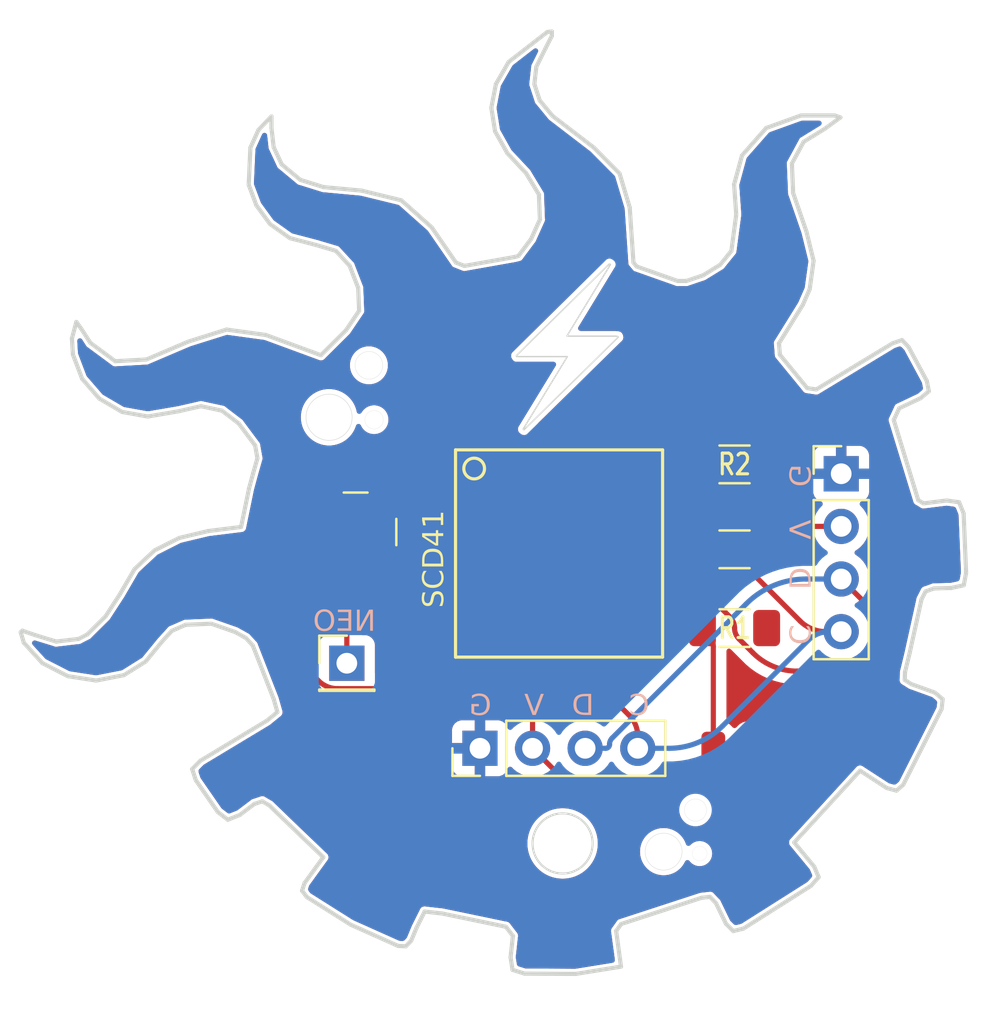
<source format=kicad_pcb>
(kicad_pcb (version 20221018) (generator pcbnew)
  (layers (0 "F.Cu" signal) (31 "B.Cu" signal) (34 "B.Paste" user) (35 "F.Paste" user) (36 "B.SilkS" user "B.Silkscreen") (37 "F.SilkS" user "F.Silkscreen") (38 "B.Mask" user) (39 "F.Mask" user) (44 "Edge.Cuts" user))
  (net 0 "")
  (net 1 "GND")
  (net 2 "VCC")
  (net 3 "Net-(D1-K)")
  (net 4 "NEO_IN")
  (net 6 "SCL")
  (net 7 "SDA")
  (footprint "GRAPHIX:bubbles" (layer "F.Cu") (at 153.416 61.214)
    (fp_text reference "graf5" hide)
    (fp_text value "LOGO" hide)
  )
  (footprint "Connector_PinHeader_2.54mm:PinHeader_1x04_P2.54mm_Vertical" (layer "F.Cu") (at 157.226 73.152)
    (fp_text reference "J3" hide)
    (fp_text value "Conn_01x04" hide)
  )
  (footprint "GRAPHIX:CO2Y" (layer "F.Cu") (at 144.78 67.31)
    (fp_text reference "graf4" hide)
    (fp_text value "LOGO" hide)
  )
  (footprint "UROS_SCD41_footprints:NEO-Pixel_WS2812B" (layer "F.Cu") (at 133.2 76.6 90)
    (fp_text reference "D2")
    (fp_text value "WS2812B" hide)
  )
  (footprint "GRAPHIX:gas-particles-1" (layer "F.Cu") (at 133.35 87.122 -90)
    (fp_text reference "graf2" hide)
    (fp_text value "LOGO" hide)
  )
  (footprint "UROS_SCD41_footprints:LED_0805_HandSolder" (layer "F.Cu") (at 152.075 86.3)
    (fp_text reference "D1")
    (fp_text value "LED")
  )
  (footprint "UROS_SCD41_footprints:R_1206_HandSolder" (layer "F.Cu") (at 152.075 72.7)
    (fp_text reference "R2")
    (fp_text value "10k")
  )
  (footprint "UROS_SCD41_footprints:SCD41_Ada" (layer "F.Cu") (at 143.6 77)
    (fp_text reference "U1" hide)
    (fp_text value "SCD41" hide)
  )
  (footprint "Connector_PinHeader_2.54mm:PinHeader_1x01_P2.54mm_Vertical" (layer "F.Cu") (at 133.35 82.296)
    (fp_text reference "J1" hide)
    (fp_text value "Conn_01x01_Pin" hide)
  )
  (footprint "Connector_PinHeader_2.54mm:PinHeader_1x04_P2.54mm_Vertical" (layer "F.Cu") (at 139.78 86.4 90)
    (fp_text reference "J2" hide)
    (fp_text value "Conn_01x04")
  )
  (footprint "UROS_SCD41_footprints:R_1206_HandSolder" (layer "F.Cu") (at 152.075 80.6)
    (fp_text reference "R1")
    (fp_text value "10k")
  )
  (footprint "GRAPHIX:gas-particles-1" (layer "F.Cu") (at 133.35 69.088)
    (fp_text reference "graf3" hide)
    (fp_text value "LOGO" hide)
  )
  (footprint "GRAPHIX:spl-outline-board" (layer "F.Cu") (at 141.067882 74.944715)
    (fp_text reference "SENSIRION" hide)
    (fp_text value "LOGO" hide)
  )
  (footprint "UROS_SCD41_footprints:R_1206_HandSolder" (layer "F.Cu") (at 152.075 76.7984)
    (fp_text reference "R3" hide)
    (fp_text value "10k")
  )
  (footprint "GRAPHIX:ground-logo-mask" (layer "F.Cu") (at 139.573 89.408)
    (fp_text reference "G***" hide)
    (fp_text value "LOGO" hide)
  )
  (gr_line (start 131.107676 58.971992) (end 130.208526 58.22689) (stroke (width 0.2)) (layer "Edge.Cuts"))
  (gr_line (start 140.328696 55.492442) (end 140.509826 56.630042) (stroke (width 0.2)) (layer "Edge.Cuts"))
  (gr_line (start 142.847389 92.111676) (end 142.79472 92.066053) (stroke (width 0.096929)) (layer "Edge.Cuts"))
  (gr_line (start 118.27788 80.932118) (end 117.682852 80.726578) (stroke (width 0.2)) (layer "Edge.Cuts"))
  (gr_line (start 131.42122 93.580468) (end 133.536748 94.912796) (stroke (width 0.2)) (layer "Edge.Cuts"))
  (gr_line (start 144.202342 92.377879) (end 144.133461 92.39744) (stroke (width 0.096929)) (layer "Edge.Cuts"))
  (gr_line (start 126.645908 75.918352) (end 125.254252 76.250076) (stroke (width 0.2)) (layer "Edge.Cuts"))
  (gr_line (start 128.920538 71.786384) (end 129.032108 72.405874) (stroke (width 0.2)) (layer "Edge.Cuts"))
  (gr_poly (pts (xy 134.450981 67.251981) (xy 134.484918 67.254562) (xy 134.518361 67.258811) (xy 134.551269 67.264688) (xy 134.5836 67.27215) (xy 134.615311 67.281155) (xy 134.646361 67.291661) (xy 134.676707 67.303626) (xy 134.706309 67.317008) (xy 134.735122 67.331766) (xy 134.763107 67.347857) (xy 134.79022 67.365239) (xy 134.81642 67.38387) (xy 134.841664 67.403708) (xy 134.865912 67.424711) (xy 134.88912 67.446838) (xy 134.911246 67.470046) (xy 134.93225 67.494294) (xy 134.952088 67.519538) (xy 134.970719 67.545738) (xy 134.988101 67.572851) (xy 135.004192 67.600836) (xy 135.018949 67.629649) (xy 135.032332 67.65925) (xy 135.044297 67.689597) (xy 135.054803 67.720647) (xy 135.063808 67.752358) (xy 135.07127 67.784689) (xy 135.077147 67.817597) (xy 135.081396 67.85104) (xy 135.083977 67.884977) (xy 135.084846 67.919365) (xy 135.083977 67.953754) (xy 135.081396 67.987691) (xy 135.077147 68.021134) (xy 135.07127 68.054042) (xy 135.063808 68.086373) (xy 135.054803 68.118084) (xy 135.044297 68.149134) (xy 135.032332 68.17948) (xy 135.018949 68.209081) (xy 135.004192 68.237895) (xy 134.988101 68.26588) (xy 134.970719 68.292993) (xy 134.952088 68.319193) (xy 134.93225 68.344437) (xy 134.911246 68.368684) (xy 134.88912 68.391893) (xy 134.865912 68.414019) (xy 134.841664 68.435023) (xy 134.81642 68.454861) (xy 134.79022 68.473492) (xy 134.763107 68.490874) (xy 134.735122 68.506965) (xy 134.706309 68.521722) (xy 134.676707 68.535105) (xy 134.646361 68.54707) (xy 134.615311 68.557576) (xy 134.5836 68.566581) (xy 134.551269 68.574043) (xy 134.518361 68.579919) (xy 134.484918 68.584169) (xy 134.450981 68.58675) (xy 134.416593 68.587619) (xy 134.382204 68.58675) (xy 134.348267 68.584169) (xy 134.314824 68.579919) (xy 134.281916 68.574043) (xy 134.249585 68.566581) (xy 134.217874 68.557576) (xy 134.186824 68.54707) (xy 134.156478 68.535105) (xy 134.126876 68.521722) (xy 134.098063 68.506965) (xy 134.070078 68.490874) (xy 134.042965 68.473492) (xy 134.016765 68.454861) (xy 133.991521 68.435023) (xy 133.967273 68.414019) (xy 133.944065 68.391893) (xy 133.921939 68.368684) (xy 133.900935 68.344437) (xy 133.881097 68.319193) (xy 133.862466 68.292993) (xy 133.845084 68.26588) (xy 133.828993 68.237895) (xy 133.814236 68.209081) (xy 133.800853 68.17948) (xy 133.788888 68.149134) (xy 133.778382 68.118084) (xy 133.769377 68.086373) (xy 133.761915 68.054042) (xy 133.756038 68.021134) (xy 133.751789 67.987691) (xy 133.749208 67.953754) (xy 133.748339 67.919365) (xy 133.749208 67.884977) (xy 133.751789 67.85104) (xy 133.756038 67.817597) (xy 133.761915 67.784689) (xy 133.769377 67.752358) (xy 133.778382 67.720647) (xy 133.788888 67.689597) (xy 133.800853 67.65925) (xy 133.814236 67.629649) (xy 133.828993 67.600836) (xy 133.845084 67.572851) (xy 133.862466 67.545738) (xy 133.881097 67.519538) (xy 133.900935 67.494294) (xy 133.921939 67.470046) (xy 133.944065 67.446838) (xy 133.967273 67.424711) (xy 133.991521 67.403708) (xy 134.016765 67.38387) (xy 134.042965 67.365239) (xy 134.070078 67.347857) (xy 134.098063 67.331766) (xy 134.126876 67.317008) (xy 134.156478 67.303626) (xy 134.186824 67.291661) (xy 134.217874 67.281155) (xy 134.249585 67.27215) (xy 134.281916 67.264688) (xy 134.314824 67.258811) (xy 134.348267 67.254562) (xy 134.382204 67.251981) (xy 134.416593 67.251111)) (stroke (width 0.013602)) (fill none) (layer "Edge.Cuts"))
  (gr_line (start 145.156979 90.559958) (end 145.17654 90.628839) (stroke (width 0.096929)) (layer "Edge.Cuts"))
  (gr_line (start 130.597734 61.782066) (end 131.880668 62.117546) (stroke (width 0.2)) (layer "Edge.Cuts"))
  (gr_line (start 145.134159 91.490686) (end 145.108169 91.556603) (stroke (width 0.096929)) (layer "Edge.Cuts"))
  (gr_line (start 128.807626 81.43868) (end 129.816858 84.022638) (stroke (width 0.2)) (layer "Edge.Cuts"))
  (gr_line (start 142.959133 92.195237) (end 142.902223 92.154768) (stroke (width 0.096929)) (layer "Edge.Cuts"))
  (gr_line (start 151.9223 62.399258) (end 151.38037 63.069006) (stroke (width 0.2)) (layer "Edge.Cuts"))
  (gr_line (start 156.137374 92.618768) (end 155.92277 92.112232) (stroke (width 0.2)) (layer "Edge.Cuts"))
  (gr_line (start 155.282552 55.863172) (end 153.604748 56.467848) (stroke (width 0.2)) (layer "Edge.Cuts"))
  (gr_line (start 143.478166 92.413648) (end 143.407939 92.39744) (stroke (width 0.096929)) (layer "Edge.Cuts"))
  (gr_line (start 161.301538 78.831752) (end 161.707316 78.685862) (stroke (width 0.2)) (layer "Edge.Cuts"))
  (gr_line (start 135.827414 95.936816) (end 136.203044 95.954286) (stroke (width 0.2)) (layer "Edge.Cuts"))
  (gr_line (start 128.182408 89.616388) (end 128.882918 89.0878) (stroke (width 0.2)) (layer "Edge.Cuts"))
  (gr_line (start 137.958944 94.373274) (end 141.031986 95.011886) (stroke (width 0.2)) (layer "Edge.Cuts"))
  (gr_line (start 144.933868 91.860077) (end 144.890776 91.914911) (stroke (width 0.096929)) (layer "Edge.Cuts"))
  (gr_line (start 136.460088 95.67995) (end 136.71621 95.063302) (stroke (width 0.2)) (layer "Edge.Cuts"))
  (gr_line (start 136.203044 95.954286) (end 136.460088 95.67995) (stroke (width 0.2)) (layer "Edge.Cuts"))
  (gr_line (start 143.991754 92.426413) (end 143.919111 92.435644) (stroke (width 0.096929)) (layer "Edge.Cuts"))
  (gr_line (start 145.047045 91.683488) (end 145.012093 91.744274) (stroke (width 0.096929)) (layer "Edge.Cuts"))
  (gr_line (start 143.339058 89.605321) (end 143.407939 89.58576) (stroke (width 0.096929)) (layer "Edge.Cuts"))
  (gr_line (start 144.335703 89.654131) (end 144.4 89.6832) (stroke (width 0.096929)) (layer "Edge.Cuts"))
  (gr_line (start 145.214744 91.140011) (end 145.205513 91.212654) (stroke (width 0.096929)) (layer "Edge.Cuts"))
  (gr_line (start 142.321051 90.916904) (end 142.326656 90.843189) (stroke (width 0.096929)) (layer "Edge.Cuts"))
  (gr_line (start 141.09979 57.683694) (end 142.003638 58.645338) (stroke (width 0.2)) (layer "Edge.Cuts"))
  (gr_line (start 143.339058 92.377879) (end 143.271614 92.355059) (stroke (width 0.096929)) (layer "Edge.Cuts"))
  (gr_line (start 142.433231 90.426597) (end 142.4623 90.3623) (stroke (width 0.096929)) (layer "Edge.Cuts"))
  (gr_line (start 120.96681 66.837734) (end 120.522378 66.155052) (stroke (width 0.2)) (layer "Edge.Cuts"))
  (gr_line (start 143.078812 92.267945) (end 143.018026 92.232993) (stroke (width 0.096929)) (layer "Edge.Cuts"))
  (gr_line (start 141.031986 95.011886) (end 141.370962 95.45231) (stroke (width 0.2)) (layer "Edge.Cuts"))
  (gr_line (start 126.28436 86.995682) (end 125.880472 87.40312) (stroke (width 0.2)) (layer "Edge.Cuts"))
  (gr_line (start 132.81835 62.396506) (end 133.484926 63.115904) (stroke (width 0.2)) (layer "Edge.Cuts"))
  (gr_line (start 120.288912 65.824654) (end 120.0733 66.62483) (stroke (width 0.2)) (layer "Edge.Cuts"))
  (gr_line (start 142.626906 59.679472) (end 142.673982 60.884302) (stroke (width 0.2)) (layer "Edge.Cuts"))
  (gr_line (start 158.137158 87.48019) (end 159.425102 88.317074) (stroke (width 0.2)) (layer "Edge.Cuts"))
  (gr_line (start 144.74668 92.066053) (end 144.694011 92.111676) (stroke (width 0.096929)) (layer "Edge.Cuts"))
  (gr_line (start 143.407939 89.58576) (end 143.478166 89.569552) (stroke (width 0.096929)) (layer "Edge.Cuts"))
  (gr_line (start 159.425102 88.317074) (end 159.897736 88.442754) (stroke (width 0.2)) (layer "Edge.Cuts"))
  (gr_line (start 145.192748 91.284134) (end 145.17654 91.354361) (stroke (width 0.096929)) (layer "Edge.Cuts"))
  (gr_poly (pts (xy 150.216193 88.846892) (xy 150.243343 88.848957) (xy 150.270098 88.852356) (xy 150.296424 88.857058) (xy 150.322289 88.863027) (xy 150.347658 88.870231) (xy 150.372498 88.878636) (xy 150.396775 88.888208) (xy 150.420456 88.898914) (xy 150.443507 88.91072) (xy 150.465894 88.923593) (xy 150.487585 88.937498) (xy 150.508545 88.952403) (xy 150.52874 88.968274) (xy 150.548138 88.985077) (xy 150.566705 89.002778) (xy 150.584406 89.021344) (xy 150.601209 89.040742) (xy 150.617079 89.060938) (xy 150.631984 89.081898) (xy 150.64589 89.103588) (xy 150.658762 89.125976) (xy 150.670568 89.149027) (xy 150.681274 89.172708) (xy 150.690846 89.196985) (xy 150.699251 89.221825) (xy 150.706455 89.247194) (xy 150.712425 89.273058) (xy 150.717126 89.299385) (xy 150.720526 89.32614) (xy 150.72259 89.353289) (xy 150.723286 89.3808) (xy 150.72259 89.40831) (xy 150.720526 89.43546) (xy 150.717126 89.462215) (xy 150.712425 89.488541) (xy 150.706455 89.514406) (xy 150.699251 89.539775) (xy 150.690846 89.564614) (xy 150.681274 89.588892) (xy 150.670568 89.612573) (xy 150.658762 89.635624) (xy 150.64589 89.658011) (xy 150.631984 89.679702) (xy 150.617079 89.700662) (xy 150.601209 89.720857) (xy 150.584406 89.740255) (xy 150.566705 89.758821) (xy 150.548138 89.776523) (xy 150.52874 89.793326) (xy 150.508545 89.809196) (xy 150.487585 89.824101) (xy 150.465894 89.838007) (xy 150.443507 89.850879) (xy 150.420456 89.862685) (xy 150.396775 89.873391) (xy 150.372498 89.882963) (xy 150.347658 89.891368) (xy 150.322289 89.898572) (xy 150.296424 89.904542) (xy 150.270098 89.909243) (xy 150.243343 89.912643) (xy 150.216193 89.914707) (xy 150.188683 89.915403) (xy 150.161172 89.914707) (xy 150.134023 89.912643) (xy 150.107268 89.909243) (xy 150.080941 89.904542) (xy 150.055077 89.898572) (xy 150.029708 89.891368) (xy 150.004868 89.882963) (xy 149.980591 89.873391) (xy 149.95691 89.862685) (xy 149.933859 89.850879) (xy 149.911471 89.838007) (xy 149.889781 89.824101) (xy 149.868821 89.809196) (xy 149.848625 89.793326) (xy 149.829228 89.776523) (xy 149.810661 89.758821) (xy 149.79296 89.740255) (xy 149.776157 89.720857) (xy 149.760286 89.700662) (xy 149.745381 89.679702) (xy 149.731476 89.658011) (xy 149.718603 89.635624) (xy 149.706797 89.612573) (xy 149.696091 89.588892) (xy 149.686519 89.564614) (xy 149.678114 89.539775) (xy 149.67091 89.514406) (xy 149.664941 89.488541) (xy 149.66024 89.462215) (xy 149.65684 89.43546) (xy 149.654775 89.40831) (xy 149.65408 89.3808) (xy 149.654775 89.353289) (xy 149.65684 89.32614) (xy 149.66024 89.299385) (xy 149.664941 89.273058) (xy 149.67091 89.247194) (xy 149.678114 89.221825) (xy 149.686519 89.196985) (xy 149.696091 89.172708) (xy 149.706797 89.149027) (xy 149.718603 89.125976) (xy 149.731476 89.103588) (xy 149.745381 89.081898) (xy 149.760286 89.060938) (xy 149.776157 89.040742) (xy 149.79296 89.021344) (xy 149.810661 89.002778) (xy 149.829228 88.985077) (xy 149.848625 88.968274) (xy 149.868821 88.952403) (xy 149.889781 88.937498) (xy 149.911471 88.923593) (xy 149.933859 88.91072) (xy 149.95691 88.898914) (xy 149.980591 88.888208) (xy 150.004868 88.878636) (xy 150.029708 88.870231) (xy 150.055077 88.863027) (xy 150.080941 88.857058) (xy 150.107268 88.852356) (xy 150.134023 88.848957) (xy 150.161172 88.846892) (xy 150.188683 88.846197)) (stroke (width 0.010881)) (fill none) (layer "Edge.Cuts"))
  (gr_line (start 151.177578 93.874046) (end 151.659614 94.865048) (stroke (width 0.2)) (layer "Edge.Cuts"))
  (gr_line (start 145.0791 91.6209) (end 145.047045 91.683488) (stroke (width 0.096929)) (layer "Edge.Cuts"))
  (gr_line (start 143.205697 89.654131) (end 143.271614 89.628141) (stroke (width 0.096929)) (layer "Edge.Cuts"))
  (gr_line (start 144.462588 92.267945) (end 144.4 92.3) (stroke (width 0.096929)) (layer "Edge.Cuts"))
  (gr_line (start 142.326656 90.843189) (end 142.335887 90.770546) (stroke (width 0.096929)) (layer "Edge.Cuts"))
  (gr_line (start 123.100826 77.74761) (end 122.382838 78.97948) (stroke (width 0.2)) (layer "Edge.Cuts"))
  (gr_line (start 130.208526 58.22689) (end 129.815928 57.388198) (stroke (width 0.2)) (layer "Edge.Cuts"))
  (gr_line (start 142.744309 92.017991) (end 142.696247 91.96758) (stroke (width 0.096929)) (layer "Edge.Cuts"))
  (gr_line (start 137.108758 94.277828) (end 137.958944 94.373274) (stroke (width 0.2)) (layer "Edge.Cuts"))
  (gr_line (start 142.79472 92.066053) (end 142.744309 92.017991) (stroke (width 0.096929)) (layer "Edge.Cuts"))
  (gr_line (start 144.974337 91.803167) (end 144.933868 91.860077) (stroke (width 0.096929)) (layer "Edge.Cuts"))
  (gr_line (start 142.003638 58.645338) (end 142.626906 59.679472) (stroke (width 0.2)) (layer "Edge.Cuts"))
  (gr_line (start 143.478166 89.569552) (end 143.549646 89.556787) (stroke (width 0.096929)) (layer "Edge.Cuts"))
  (gr_line (start 133.484926 63.115904) (end 133.899202 64.187686) (stroke (width 0.2)) (layer "Edge.Cuts"))
  (gr_line (start 123.738528 70.39072) (end 125.244978 70.133752) (stroke (width 0.2)) (layer "Edge.Cuts"))
  (gr_line (start 127.320018 70.109002) (end 128.129714 70.72839) (stroke (width 0.2)) (layer "Edge.Cuts"))
  (gr_line (start 160.15948 66.700074) (end 159.703808 66.859714) (stroke (width 0.2)) (layer "Edge.Cuts"))
  (gr_line (start 160.615188 83.303216) (end 160.296956 83.102278) (stroke (width 0.2)) (layer "Edge.Cuts"))
  (gr_line (start 142.335887 91.212654) (end 142.326656 91.140011) (stroke (width 0.096929)) (layer "Edge.Cuts"))
  (gr_line (start 143.549646 92.426413) (end 143.478166 92.413648) (stroke (width 0.096929)) (layer "Edge.Cuts"))
  (gr_line (start 129.26798 88.959352) (end 129.613522 89.161224) (stroke (width 0.2)) (layer "Edge.Cuts"))
  (gr_line (start 143.696004 89.541951) (end 143.7707 89.540062) (stroke (width 0.096929)) (layer "Edge.Cuts"))
  (gr_line (start 129.4403 66.455996) (end 127.541264 66.19542) (stroke (width 0.2)) (layer "Edge.Cuts"))
  (gr_line (start 142.902223 89.828432) (end 142.959133 89.787963) (stroke (width 0.096929)) (layer "Edge.Cuts"))
  (gr_line (start 152.05317 59.193128) (end 152.156706 60.642054) (stroke (width 0.2)) (layer "Edge.Cuts"))
  (gr_line (start 161.459694 69.170262) (end 161.360858 68.672948) (stroke (width 0.2)) (layer "Edge.Cuts"))
  (gr_line (start 160.479608 67.035906) (end 160.15948 66.700074) (stroke (width 0.2)) (layer "Edge.Cuts"))
  (gr_line (start 153.604748 56.467848) (end 152.435414 57.793828) (stroke (width 0.2)) (layer "Edge.Cuts"))
  (gr_line (start 122.49155 70.167512) (end 123.738528 70.39072) (stroke (width 0.2)) (layer "Edge.Cuts"))
  (gr_line (start 162.3174 74.442854) (end 161.20265 74.582338) (stroke (width 0.2)) (layer "Edge.Cuts"))
  (gr_line (start 149.746528 63.850028) (end 149.324726 63.850028) (stroke (width 0.2)) (layer "Edge.Cuts"))
  (gr_line (start 130.60777 90.122868) (end 132.21202 91.657146) (stroke (width 0.2)) (layer "Edge.Cuts"))
  (gr_line (start 160.946542 74.428122) (end 159.764076 70.559564) (stroke (width 0.2)) (layer "Edge.Cuts"))
  (gr_poly (pts (xy 146.046788 63.029301) (xy 146.05262 63.03355) (xy 146.058452 63.037877) (xy 146.064284 63.042308) (xy 146.070116 63.046869) (xy 146.075948 63.051585) (xy 146.081779 63.056484) (xy 146.081779 63.056499) (xy 143.980003 66.504661) (xy 144.002338 66.505521) (xy 144.022876 66.506544) (xy 144.059708 66.508735) (xy 144.092791 66.510553) (xy 144.108642 66.511107) (xy 144.124416 66.51131) (xy 146.301735 66.51131) (xy 146.310482 66.511436) (xy 146.31923 66.511796) (xy 146.336726 66.513114) (xy 146.354222 66.515057) (xy 146.371719 66.517417) (xy 146.406712 66.522553) (xy 146.424208 66.524914) (xy 146.441703 66.526859) (xy 146.455032 66.56686) (xy 141.904884 71.030361) (xy 141.864895 70.99926) (xy 144 67.5) (xy 141.556072 67.5) (xy 141.533855 67.459999) (xy 146.035125 63.020935)) (stroke (width 0.066652)) (fill none) (layer "Edge.Cuts"))
  (gr_line (start 144.133461 89.58576) (end 144.202342 89.605321) (stroke (width 0.096929)) (layer "Edge.Cuts"))
  (gr_line (start 144.694011 89.871524) (end 144.74668 89.917147) (stroke (width 0.096929)) (layer "Edge.Cuts"))
  (gr_line (start 154.84564 58.182856) (end 155.415264 57.133116) (stroke (width 0.2)) (layer "Edge.Cuts"))
  (gr_line (start 142.407241 90.492514) (end 142.433231 90.426597) (stroke (width 0.096929)) (layer "Edge.Cuts"))
  (gr_line (start 126.30697 69.891498) (end 127.320018 70.109002) (stroke (width 0.2)) (layer "Edge.Cuts"))
  (gr_line (start 159.703808 66.859714) (end 156.020676 69.084044) (stroke (width 0.2)) (layer "Edge.Cuts"))
  (gr_line (start 128.882918 89.0878) (end 129.26798 88.959352) (stroke (width 0.2)) (layer "Edge.Cuts"))
  (gr_line (start 143.271614 89.628141) (end 143.339058 89.605321) (stroke (width 0.096929)) (layer "Edge.Cuts"))
  (gr_line (start 145.205513 91.212654) (end 145.192748 91.284134) (stroke (width 0.096929)) (layer "Edge.Cuts"))
  (gr_line (start 128.129714 70.72839) (end 128.920538 71.786384) (stroke (width 0.2)) (layer "Edge.Cuts"))
  (gr_line (start 142.319162 90.9916) (end 142.321051 90.916904) (stroke (width 0.096929)) (layer "Edge.Cuts"))
  (gr_line (start 163.14589 78.53354) (end 163.258904 77.929748) (stroke (width 0.2)) (layer "Edge.Cuts"))
  (gr_line (start 141.167596 53.27918) (end 140.550066 54.349338) (stroke (width 0.2)) (layer "Edge.Cuts"))
  (gr_line (start 142.650624 90.068289) (end 142.696247 90.01562) (stroke (width 0.096929)) (layer "Edge.Cuts"))
  (gr_line (start 160.52474 81.835068) (end 161.104768 79.21437) (stroke (width 0.2)) (layer "Edge.Cuts"))
  (gr_line (start 144.74668 89.917147) (end 144.797091 89.965209) (stroke (width 0.096929)) (layer "Edge.Cuts"))
  (gr_line (start 142.529307 90.238926) (end 142.567063 90.180033) (stroke (width 0.096929)) (layer "Edge.Cuts"))
  (gr_line (start 141.63453 62.646132) (end 141.468842 62.690134) (stroke (width 0.2)) (layer "Edge.Cuts"))
  (gr_line (start 143.7707 89.540062) (end 143.845396 89.541951) (stroke (width 0.096929)) (layer "Edge.Cuts"))
  (gr_line (start 143.549646 89.556787) (end 143.622289 89.547556) (stroke (width 0.096929)) (layer "Edge.Cuts"))
  (gr_line (start 145.108169 90.426597) (end 145.134159 90.492514) (stroke (width 0.096929)) (layer "Edge.Cuts"))
  (gr_line (start 144.845153 90.01562) (end 144.890776 90.068289) (stroke (width 0.096929)) (layer "Edge.Cuts"))
  (gr_line (start 121.248068 83.131658) (end 122.586168 82.870138) (stroke (width 0.2)) (layer "Edge.Cuts"))
  (gr_line (start 145.047045 90.299712) (end 145.0791 90.3623) (stroke (width 0.096929)) (layer "Edge.Cuts"))
  (gr_line (start 155.5461 61.464212) (end 154.90591 59.60698) (stroke (width 0.2)) (layer "Edge.Cuts"))
  (gr_line (start 128.692704 57.4185) (end 128.611732 59.2106) (stroke (width 0.2)) (layer "Edge.Cuts"))
  (gr_line (start 129.71141 56.472428) (end 129.71141 55.90722) (stroke (width 0.2)) (layer "Edge.Cuts"))
  (gr_line (start 142.744309 89.965209) (end 142.79472 89.917147) (stroke (width 0.096929)) (layer "Edge.Cuts"))
  (gr_line (start 145.012093 90.238926) (end 145.047045 90.299712) (stroke (width 0.096929)) (layer "Edge.Cuts"))
  (gr_line (start 142.673982 60.884302) (end 142.250292 61.82302) (stroke (width 0.2)) (layer "Edge.Cuts"))
  (gr_line (start 142.40752 54.348198) (end 142.501306 53.51811) (stroke (width 0.2)) (layer "Edge.Cuts"))
  (gr_line (start 142.959133 89.787963) (end 143.018026 89.750207) (stroke (width 0.096929)) (layer "Edge.Cuts"))
  (gr_line (start 162.919948 74.526348) (end 162.3174 74.442854) (stroke (width 0.2)) (layer "Edge.Cuts"))
  (gr_line (start 127.541264 66.19542) (end 125.704426 66.771678) (stroke (width 0.2)) (layer "Edge.Cuts"))
  (gr_line (start 126.058424 87.942666) (end 127.120416 89.476906) (stroke (width 0.2)) (layer "Edge.Cuts"))
  (gr_line (start 145.205513 90.770546) (end 145.214744 90.843189) (stroke (width 0.096929)) (layer "Edge.Cuts"))
  (gr_line (start 155.583762 69.017962) (end 154.26572 67.410278) (stroke (width 0.2)) (layer "Edge.Cuts"))
  (gr_line (start 144.269786 89.628141) (end 144.335703 89.654131) (stroke (width 0.096929)) (layer "Edge.Cuts"))
  (gr_line (start 117.6 80.8) (end 117.75064 81.306512) (stroke (width 0.2)) (layer "Edge.Cuts"))
  (gr_line (start 121.703046 80.024634) (end 120.808586 80.910138) (stroke (width 0.2)) (layer "Edge.Cuts"))
  (gr_line (start 143.696004 92.441249) (end 143.622289 92.435644) (stroke (width 0.096929)) (layer "Edge.Cuts"))
  (gr_line (start 135.983708 59.958418) (end 134.057376 59.489532) (stroke (width 0.2)) (layer "Edge.Cuts"))
  (gr_line (start 125.244978 70.133752) (end 126.30697 69.891498) (stroke (width 0.2)) (layer "Edge.Cuts"))
  (gr_line (start 120.0733 66.62483) (end 120.123242 67.402962) (stroke (width 0.2)) (layer "Edge.Cuts"))
  (gr_line (start 160.296956 83.102278) (end 160.306352 82.730656) (stroke (width 0.2)) (layer "Edge.Cuts"))
  (gr_line (start 145.287588 57.41944) (end 143.284096 55.885152) (stroke (width 0.2)) (layer "Edge.Cuts"))
  (gr_line (start 142.407241 91.490686) (end 142.384421 91.423242) (stroke (width 0.096929)) (layer "Edge.Cuts"))
  (gr_line (start 159.897736 88.442754) (end 160.22352 88.155512) (stroke (width 0.2)) (layer "Edge.Cuts"))
  (gr_line (start 151.38037 63.069006) (end 150.55247 63.578412) (stroke (width 0.2)) (layer "Edge.Cuts"))
  (gr_line (start 144.797091 92.017991) (end 144.74668 92.066053) (stroke (width 0.096929)) (layer "Edge.Cuts"))
  (gr_line (start 144.523374 92.232993) (end 144.462588 92.267945) (stroke (width 0.096929)) (layer "Edge.Cuts"))
  (gr_line (start 145.17654 90.628839) (end 145.192748 90.699066) (stroke (width 0.096929)) (layer "Edge.Cuts"))
  (gr_line (start 142.348652 90.699066) (end 142.36486 90.628839) (stroke (width 0.096929)) (layer "Edge.Cuts"))
  (gr_line (start 142.384421 91.423242) (end 142.36486 91.354361) (stroke (width 0.096929)) (layer "Edge.Cuts"))
  (gr_line (start 128.476166 81.078962) (end 128.807626 81.43868) (stroke (width 0.2)) (layer "Edge.Cuts"))
  (gr_line (start 143.284096 55.885152) (end 142.665392 55.13561) (stroke (width 0.2)) (layer "Edge.Cuts"))
  (gr_line (start 144.890776 91.914911) (end 144.845153 91.96758) (stroke (width 0.096929)) (layer "Edge.Cuts"))
  (gr_line (start 118.64813 82.292032) (end 119.874664 82.919686) (stroke (width 0.2)) (layer "Edge.Cuts"))
  (gr_line (start 162.126268 84.027224) (end 161.752502 83.714314) (stroke (width 0.2)) (layer "Edge.Cuts"))
  (gr_line (start 151.659614 94.865048) (end 152.016462 95.219294) (stroke (width 0.2)) (layer "Edge.Cuts"))
  (gr_line (start 131.186754 93.27305) (end 131.42122 93.580468) (stroke (width 0.2)) (layer "Edge.Cuts"))
  (gr_line (start 129.815928 57.388198) (end 129.71141 56.472428) (stroke (width 0.2)) (layer "Edge.Cuts"))
  (gr_line (start 128.830172 73.114142) (end 128.62684 73.862948) (stroke (width 0.2)) (layer "Edge.Cuts"))
  (gr_line (start 142.250292 61.82302) (end 141.63453 62.646132) (stroke (width 0.2)) (layer "Edge.Cuts"))
  (gr_line (start 144.269786 92.355059) (end 144.202342 92.377879) (stroke (width 0.096929)) (layer "Edge.Cuts"))
  (gr_line (start 144.523374 89.750207) (end 144.582267 89.787963) (stroke (width 0.096929)) (layer "Edge.Cuts"))
  (gr_line (start 144.133461 92.39744) (end 144.063234 92.413648) (stroke (width 0.096929)) (layer "Edge.Cuts"))
  (gr_line (start 155.92277 92.112232) (end 154.958652 90.945032) (stroke (width 0.2)) (layer "Edge.Cuts"))
  (gr_line (start 142.494355 91.683488) (end 142.4623 91.6209) (stroke (width 0.096929)) (layer "Edge.Cuts"))
  (gr_poly (pts (xy 134.689486 70.099348) (xy 134.71211 70.101069) (xy 134.734406 70.103902) (xy 134.756344 70.10782) (xy 134.777898 70.112794) (xy 134.799039 70.118798) (xy 134.819739 70.125802) (xy 134.83997 70.133779) (xy 134.859704 70.142701) (xy 134.878913 70.152539) (xy 134.897569 70.163266) (xy 134.915645 70.174854) (xy 134.933112 70.187275) (xy 134.949941 70.200501) (xy 134.966106 70.214503) (xy 134.981578 70.229255) (xy 134.99633 70.244727) (xy 135.010332 70.260892) (xy 135.023558 70.277721) (xy 135.035979 70.295188) (xy 135.047567 70.313264) (xy 135.058294 70.33192) (xy 135.068132 70.351129) (xy 135.077054 70.370863) (xy 135.085031 70.391094) (xy 135.092035 70.411794) (xy 135.098039 70.432935) (xy 135.103013 70.454489) (xy 135.106931 70.476427) (xy 135.109764 70.498723) (xy 135.111485 70.521347) (xy 135.112064 70.544273) (xy 135.111485 70.567198) (xy 135.109764 70.589823) (xy 135.106931 70.612118) (xy 135.103013 70.634057) (xy 135.098039 70.655611) (xy 135.092035 70.676751) (xy 135.085031 70.697451) (xy 135.077054 70.717682) (xy 135.068132 70.737416) (xy 135.058294 70.756626) (xy 135.047567 70.775282) (xy 135.035979 70.793358) (xy 135.023558 70.810824) (xy 135.010332 70.827654) (xy 134.99633 70.843819) (xy 134.981578 70.859291) (xy 134.966106 70.874042) (xy 134.949941 70.888045) (xy 134.933112 70.901271) (xy 134.915645 70.913691) (xy 134.897569 70.925279) (xy 134.878913 70.936007) (xy 134.859704 70.945845) (xy 134.83997 70.954767) (xy 134.819739 70.962744) (xy 134.799039 70.969748) (xy 134.777898 70.975751) (xy 134.756344 70.980726) (xy 134.734406 70.984644) (xy 134.71211 70.987477) (xy 134.689486 70.989197) (xy 134.66656 70.989777) (xy 134.643635 70.989197) (xy 134.62101 70.987477) (xy 134.598715 70.984644) (xy 134.576776 70.980726) (xy 134.555222 70.975751) (xy 134.534082 70.969748) (xy 134.513382 70.962744) (xy 134.493151 70.954767) (xy 134.473416 70.945845) (xy 134.454207 70.936007) (xy 134.435551 70.925279) (xy 134.417475 70.913691) (xy 134.400009 70.901271) (xy 134.383179 70.888045) (xy 134.367014 70.874042) (xy 134.351542 70.859291) (xy 134.336791 70.843819) (xy 134.322788 70.827654) (xy 134.309562 70.810824) (xy 134.297142 70.793358) (xy 134.285553 70.775282) (xy 134.274826 70.756626) (xy 134.264988 70.737416) (xy 134.256066 70.717682) (xy 134.248089 70.697451) (xy 134.241085 70.676751) (xy 134.235082 70.655611) (xy 134.230107 70.634057) (xy 134.226189 70.612118) (xy 134.223356 70.589823) (xy 134.221636 70.567198) (xy 134.221056 70.544273) (xy 134.221636 70.521347) (xy 134.223356 70.498723) (xy 134.226189 70.476427) (xy 134.230107 70.454489) (xy 134.235082 70.432935) (xy 134.241085 70.411794) (xy 134.248089 70.391094) (xy 134.256066 70.370863) (xy 134.264988 70.351129) (xy 134.274826 70.33192) (xy 134.285553 70.313264) (xy 134.297142 70.295188) (xy 134.309562 70.277721) (xy 134.322788 70.260892) (xy 134.336791 70.244727) (xy 134.351542 70.229255) (xy 134.367014 70.214503) (xy 134.383179 70.200501) (xy 134.400009 70.187275) (xy 134.417475 70.174854) (xy 134.435551 70.163266) (xy 134.454207 70.152539) (xy 134.473416 70.142701) (xy 134.493151 70.133779) (xy 134.513382 70.125802) (xy 134.534082 70.118798) (xy 134.555222 70.112794) (xy 134.576776 70.10782) (xy 134.598715 70.103902) (xy 134.62101 70.101069) (xy 134.643635 70.099348) (xy 134.66656 70.098769)) (stroke (width 0.009068)) (fill none) (layer "Edge.Cuts"))
  (gr_line (start 120.565268 68.567656) (end 121.39425 69.524498) (stroke (width 0.2)) (layer "Edge.Cuts"))
  (gr_line (start 129.032108 72.405874) (end 128.830172 73.114142) (stroke (width 0.2)) (layer "Edge.Cuts"))
  (gr_line (start 139.028462 63.12327) (end 138.621806 62.961768) (stroke (width 0.2)) (layer "Edge.Cuts"))
  (gr_line (start 152.016462 95.219294) (end 152.503218 95.099992) (stroke (width 0.2)) (layer "Edge.Cuts"))
  (gr_line (start 117.75064 81.306512) (end 118.64813 82.292032) (stroke (width 0.2)) (layer "Edge.Cuts"))
  (gr_line (start 146.598172 94.879772) (end 150.469562 93.61716) (stroke (width 0.2)) (layer "Edge.Cuts"))
  (gr_line (start 125.704426 66.771678) (end 123.670754 67.637904) (stroke (width 0.2)) (layer "Edge.Cuts"))
  (gr_line (start 145.0791 90.3623) (end 145.108169 90.426597) (stroke (width 0.096929)) (layer "Edge.Cuts"))
  (gr_line (start 143.018026 92.232993) (end 142.959133 92.195237) (stroke (width 0.096929)) (layer "Edge.Cuts"))
  (gr_line (start 143.845396 92.441249) (end 143.7707 92.443138) (stroke (width 0.096929)) (layer "Edge.Cuts"))
  (gr_line (start 143.622289 89.547556) (end 143.696004 89.541951) (stroke (width 0.096929)) (layer "Edge.Cuts"))
  (gr_line (start 124.065262 76.848818) (end 123.100826 77.74761) (stroke (width 0.2)) (layer "Edge.Cuts"))
  (gr_line (start 142.433231 91.556603) (end 142.407241 91.490686) (stroke (width 0.096929)) (layer "Edge.Cuts"))
  (gr_line (start 129.996696 84.65395) (end 129.492968 85.065026) (stroke (width 0.2)) (layer "Edge.Cuts"))
  (gr_line (start 142.847389 89.871524) (end 142.902223 89.828432) (stroke (width 0.096929)) (layer "Edge.Cuts"))
  (gr_line (start 143.845396 89.541951) (end 143.919111 89.547556) (stroke (width 0.096929)) (layer "Edge.Cuts"))
  (gr_line (start 129.71141 55.90722) (end 129.082018 56.562732) (stroke (width 0.2)) (layer "Edge.Cuts"))
  (gr_line (start 142.696247 90.01562) (end 142.744309 89.965209) (stroke (width 0.096929)) (layer "Edge.Cuts"))
  (gr_line (start 143.271614 92.355059) (end 143.205697 92.329069) (stroke (width 0.096929)) (layer "Edge.Cuts"))
  (gr_line (start 143.253936 51.811018) (end 143.035548 51.833038) (stroke (width 0.2)) (layer "Edge.Cuts"))
  (gr_line (start 144.4 89.6832) (end 144.462588 89.715255) (stroke (width 0.096929)) (layer "Edge.Cuts"))
  (gr_line (start 152.156706 60.642054) (end 151.9223 62.399258) (stroke (width 0.2)) (layer "Edge.Cuts"))
  (gr_line (start 145.220349 91.066296) (end 145.214744 91.140011) (stroke (width 0.096929)) (layer "Edge.Cuts"))
  (gr_line (start 144.335703 92.329069) (end 144.269786 92.355059) (stroke (width 0.096929)) (layer "Edge.Cuts"))
  (gr_line (start 129.638918 61.101782) (end 130.597734 61.782066) (stroke (width 0.2)) (layer "Edge.Cuts"))
  (gr_line (start 129.492968 85.065026) (end 126.28436 86.995682) (stroke (width 0.2)) (layer "Edge.Cuts"))
  (gr_line (start 141.468842 62.690134) (end 139.028462 63.12327) (stroke (width 0.2)) (layer "Edge.Cuts"))
  (gr_line (start 122.382838 78.97948) (end 121.703046 80.024634) (stroke (width 0.2)) (layer "Edge.Cuts"))
  (gr_line (start 142.567063 90.180033) (end 142.607532 90.123123) (stroke (width 0.096929)) (layer "Edge.Cuts"))
  (gr_line (start 145.17654 91.354361) (end 145.156979 91.423242) (stroke (width 0.096929)) (layer "Edge.Cuts"))
  (gr_line (start 120.808586 80.910138) (end 120.394356 81.123048) (stroke (width 0.2)) (layer "Edge.Cuts"))
  (gr_line (start 133.304148 66.235752) (end 132.099054 67.432354) (stroke (width 0.2)) (layer "Edge.Cuts"))
  (gr_line (start 142.607532 91.860077) (end 142.567063 91.803167) (stroke (width 0.096929)) (layer "Edge.Cuts"))
  (gr_line (start 147.193178 62.961768) (end 147.01239 60.304394) (stroke (width 0.2)) (layer "Edge.Cuts"))
  (gr_line (start 124.408874 81.26982) (end 124.895662 80.733928) (stroke (width 0.2)) (layer "Edge.Cuts"))
  (gr_line (start 144.582267 89.787963) (end 144.639177 89.828432) (stroke (width 0.096929)) (layer "Edge.Cuts"))
  (gr_line (start 145.134159 90.492514) (end 145.156979 90.559958) (stroke (width 0.096929)) (layer "Edge.Cuts"))
  (gr_line (start 143.253936 52.023902) (end 143.253936 51.811018) (stroke (width 0.2)) (layer "Edge.Cuts"))
  (gr_line (start 155.893542 62.874564) (end 155.5461 61.464212) (stroke (width 0.2)) (layer "Edge.Cuts"))
  (gr_line (start 144.462588 89.715255) (end 144.523374 89.750207) (stroke (width 0.096929)) (layer "Edge.Cuts"))
  (gr_line (start 125.880472 87.40312) (end 126.058424 87.942666) (stroke (width 0.2)) (layer "Edge.Cuts"))
  (gr_line (start 142.607532 90.123123) (end 142.650624 90.068289) (stroke (width 0.096929)) (layer "Edge.Cuts"))
  (gr_line (start 144.639177 92.154768) (end 144.582267 92.195237) (stroke (width 0.096929)) (layer "Edge.Cuts"))
  (gr_line (start 133.899202 64.187686) (end 133.943456 65.288822) (stroke (width 0.2)) (layer "Edge.Cuts"))
  (gr_line (start 144.974337 90.180033) (end 145.012093 90.238926) (stroke (width 0.096929)) (layer "Edge.Cuts"))
  (gr_line (start 144.694011 92.111676) (end 144.639177 92.154768) (stroke (width 0.096929)) (layer "Edge.Cuts"))
  (gr_line (start 142.902223 92.154768) (end 142.847389 92.111676) (stroke (width 0.096929)) (layer "Edge.Cuts"))
  (gr_poly (pts (xy 148.694613 90.497609) (xy 148.739862 90.50105) (xy 148.784453 90.506716) (xy 148.828331 90.514552) (xy 148.871438 90.524501) (xy 148.91372 90.536508) (xy 148.95512 90.550516) (xy 148.995582 90.56647) (xy 149.03505 90.584313) (xy 149.073468 90.60399) (xy 149.110781 90.625444) (xy 149.146932 90.64862) (xy 149.181865 90.673462) (xy 149.215524 90.699913) (xy 149.247854 90.727918) (xy 149.278798 90.75742) (xy 149.308301 90.788364) (xy 149.336306 90.820694) (xy 149.362757 90.854353) (xy 149.387598 90.889287) (xy 149.410774 90.925438) (xy 149.432229 90.96275) (xy 149.451905 91.001169) (xy 149.469749 91.040637) (xy 149.485702 91.081099) (xy 149.499711 91.122499) (xy 149.511717 91.16478) (xy 149.521666 91.207888) (xy 149.529502 91.251765) (xy 149.535168 91.296356) (xy 149.538609 91.341605) (xy 149.539768 91.387456) (xy 149.538609 91.433307) (xy 149.535168 91.478556) (xy 149.529502 91.523148) (xy 149.521666 91.567025) (xy 149.511717 91.610132) (xy 149.499711 91.652414) (xy 149.485702 91.693814) (xy 149.469749 91.734276) (xy 149.451905 91.773744) (xy 149.432229 91.812163) (xy 149.410774 91.849475) (xy 149.387598 91.885626) (xy 149.362757 91.920559) (xy 149.336306 91.954219) (xy 149.308301 91.986549) (xy 149.278798 92.017493) (xy 149.247854 92.046995) (xy 149.215524 92.075) (xy 149.181865 92.101451) (xy 149.146932 92.126293) (xy 149.110781 92.149469) (xy 149.073468 92.170923) (xy 149.03505 92.1906) (xy 148.995582 92.208443) (xy 148.95512 92.224397) (xy 148.91372 92.238405) (xy 148.871438 92.250412) (xy 148.828331 92.260361) (xy 148.784453 92.268196) (xy 148.739862 92.273863) (xy 148.694613 92.277303) (xy 148.648762 92.278463) (xy 148.602911 92.277303) (xy 148.557662 92.273863) (xy 148.513071 92.268196) (xy 148.469193 92.260361) (xy 148.426086 92.250412) (xy 148.383804 92.238405) (xy 148.342404 92.224397) (xy 148.301942 92.208443) (xy 148.262474 92.1906) (xy 148.224056 92.170923) (xy 148.186743 92.149469) (xy 148.150592 92.126293) (xy 148.115659 92.101451) (xy 148.082 92.075) (xy 148.04967 92.046995) (xy 148.018726 92.017493) (xy 147.989223 91.986549) (xy 147.961218 91.954219) (xy 147.934767 91.920559) (xy 147.909926 91.885626) (xy 147.88675 91.849475) (xy 147.865295 91.812163) (xy 147.845619 91.773744) (xy 147.827775 91.734276) (xy 147.811822 91.693814) (xy 147.797814 91.652414) (xy 147.785807 91.610132) (xy 147.775858 91.567025) (xy 147.768022 91.523148) (xy 147.762356 91.478556) (xy 147.758915 91.433307) (xy 147.757756 91.387456) (xy 147.758915 91.341605) (xy 147.762356 91.296356) (xy 147.768022 91.251765) (xy 147.775858 91.207888) (xy 147.785807 91.16478) (xy 147.797814 91.122499) (xy 147.811822 91.081099) (xy 147.827775 91.040637) (xy 147.845619 91.001169) (xy 147.865295 90.96275) (xy 147.88675 90.925438) (xy 147.909926 90.889287) (xy 147.934767 90.854353) (xy 147.961218 90.820694) (xy 147.989223 90.788364) (xy 148.018726 90.75742) (xy 148.04967 90.727918) (xy 148.082 90.699913) (xy 148.115659 90.673462) (xy 148.150592 90.64862) (xy 148.186743 90.625444) (xy 148.224056 90.60399) (xy 148.262474 90.584313) (xy 148.301942 90.56647) (xy 148.342404 90.550516) (xy 148.383804 90.536508) (xy 148.426086 90.524501) (xy 148.469193 90.514552) (xy 148.513071 90.506716) (xy 148.557662 90.50105) (xy 148.602911 90.497609) (xy 148.648762 90.49645)) (stroke (width 0.018136)) (fill none) (layer "Edge.Cuts"))
  (gr_line (start 143.035548 51.833038) (end 141.167596 53.27918) (stroke (width 0.2)) (layer "Edge.Cuts"))
  (gr_line (start 144.406352 97.287566) (end 146.590608 96.935176) (stroke (width 0.2)) (layer "Edge.Cuts"))
  (gr_line (start 150.469562 93.61716) (end 150.888564 93.569398) (stroke (width 0.2)) (layer "Edge.Cuts"))
  (gr_line (start 121.39425 69.524498) (end 122.49155 70.167512) (stroke (width 0.2)) (layer "Edge.Cuts"))
  (gr_line (start 145.012093 91.744274) (end 144.974337 91.803167) (stroke (width 0.096929)) (layer "Edge.Cuts"))
  (gr_line (start 161.752502 83.714314) (end 160.615188 83.303216) (stroke (width 0.2)) (layer "Edge.Cuts"))
  (gr_line (start 136.71621 95.063302) (end 137.108758 94.277828) (stroke (width 0.2)) (layer "Edge.Cuts"))
  (gr_line (start 129.613522 89.161224) (end 130.60777 90.122868) (stroke (width 0.2)) (layer "Edge.Cuts"))
  (gr_line (start 132.227126 59.320672) (end 131.107676 58.971992) (stroke (width 0.2)) (layer "Edge.Cuts"))
  (gr_line (start 143.919111 89.547556) (end 143.991754 89.556787) (stroke (width 0.096929)) (layer "Edge.Cuts"))
  (gr_line (start 144.582267 92.195237) (end 144.523374 92.232993) (stroke (width 0.096929)) (layer "Edge.Cuts"))
  (gr_line (start 144.063234 92.413648) (end 143.991754 92.426413) (stroke (width 0.096929)) (layer "Edge.Cuts"))
  (gr_line (start 143.1414 92.3) (end 143.078812 92.267945) (stroke (width 0.096929)) (layer "Edge.Cuts"))
  (gr_line (start 142.567063 91.803167) (end 142.529307 91.744274) (stroke (width 0.096929)) (layer "Edge.Cuts"))
  (gr_line (start 163.138346 75.066846) (end 162.919948 74.526348) (stroke (width 0.2)) (layer "Edge.Cuts"))
  (gr_line (start 161.20265 74.582338) (end 160.946542 74.428122) (stroke (width 0.2)) (layer "Edge.Cuts"))
  (gr_line (start 131.880668 62.117546) (end 132.81835 62.396506) (stroke (width 0.2)) (layer "Edge.Cuts"))
  (gr_line (start 154.220532 66.859714) (end 155.37287 65.002482) (stroke (width 0.2)) (layer "Edge.Cuts"))
  (gr_line (start 142.937584 52.640532) (end 143.253936 52.023902) (stroke (width 0.2)) (layer "Edge.Cuts"))
  (gr_line (start 143.1414 89.6832) (end 143.205697 89.654131) (stroke (width 0.096929)) (layer "Edge.Cuts"))
  (gr_line (start 161.0671 69.50244) (end 161.459694 69.170262) (stroke (width 0.2)) (layer "Edge.Cuts"))
  (gr_line (start 143.622289 92.435644) (end 143.549646 92.426413) (stroke (width 0.096929)) (layer "Edge.Cuts"))
  (gr_line (start 144.063234 89.569552) (end 144.133461 89.58576) (stroke (width 0.096929)) (layer "Edge.Cuts"))
  (gr_line (start 143.7707 92.443138) (end 143.696004 92.441249) (stroke (width 0.096929)) (layer "Edge.Cuts"))
  (gr_line (start 119.313528 81.250546) (end 118.27788 80.932118) (stroke (width 0.2)) (layer "Edge.Cuts"))
  (gr_line (start 144.639177 89.828432) (end 144.694011 89.871524) (stroke (width 0.096929)) (layer "Edge.Cuts"))
  (gr_line (start 150.55247 63.578412) (end 149.746528 63.850028) (stroke (width 0.2)) (layer "Edge.Cuts"))
  (gr_line (start 146.590608 96.935176) (end 146.357136 95.217426) (stroke (width 0.2)) (layer "Edge.Cuts"))
  (gr_line (start 142.501306 53.51811) (end 142.937584 52.640532) (stroke (width 0.2)) (layer "Edge.Cuts"))
  (gr_line (start 127.120416 89.476906) (end 127.603394 89.846716) (stroke (width 0.2)) (layer "Edge.Cuts"))
  (gr_line (start 123.633108 82.215888) (end 124.408874 81.26982) (stroke (width 0.2)) (layer "Edge.Cuts"))
  (gr_line (start 162.07634 84.499822) (end 162.126268 84.027224) (stroke (width 0.2)) (layer "Edge.Cuts"))
  (gr_line (start 145.192748 90.699066) (end 145.205513 90.770546) (stroke (width 0.096929)) (layer "Edge.Cuts"))
  (gr_line (start 142.529307 91.744274) (end 142.494355 91.683488) (stroke (width 0.096929)) (layer "Edge.Cuts"))
  (gr_line (start 142.326656 91.140011) (end 142.321051 91.066296) (stroke (width 0.096929)) (layer "Edge.Cuts"))
  (gr_line (start 154.26572 67.410278) (end 154.220532 66.859714) (stroke (width 0.2)) (layer "Edge.Cuts"))
  (gr_line (start 141.257952 96.48738) (end 141.35398 97.092104) (stroke (width 0.2)) (layer "Edge.Cuts"))
  (gr_line (start 124.895662 80.733928) (end 125.568816 80.440328) (stroke (width 0.2)) (layer "Edge.Cuts"))
  (gr_line (start 133.943456 65.288822) (end 133.304148 66.235752) (stroke (width 0.2)) (layer "Edge.Cuts"))
  (gr_line (start 155.704338 64.24638) (end 155.893542 62.874564) (stroke (width 0.2)) (layer "Edge.Cuts"))
  (gr_line (start 163.258904 77.929748) (end 163.138346 75.066846) (stroke (width 0.2)) (layer "Edge.Cuts"))
  (gr_line (start 128.62684 73.862948) (end 128.242726 75.72018) (stroke (width 0.2)) (layer "Edge.Cuts"))
  (gr_line (start 128.242726 75.72018) (end 126.645908 75.918352) (stroke (width 0.2)) (layer "Edge.Cuts"))
  (gr_line (start 162.535788 78.663806) (end 163.14589 78.53354) (stroke (width 0.2)) (layer "Edge.Cuts"))
  (gr_line (start 142.384421 90.559958) (end 142.407241 90.492514) (stroke (width 0.096929)) (layer "Edge.Cuts"))
  (gr_line (start 141.35398 97.092104) (end 141.935862 97.272852) (stroke (width 0.2)) (layer "Edge.Cuts"))
  (gr_line (start 122.166236 67.7223) (end 120.96681 66.837734) (stroke (width 0.2)) (layer "Edge.Cuts"))
  (gr_line (start 144.797091 89.965209) (end 144.845153 90.01562) (stroke (width 0.096929)) (layer "Edge.Cuts"))
  (gr_line (start 133.536748 94.912796) (end 135.827414 95.936816) (stroke (width 0.2)) (layer "Edge.Cuts"))
  (gr_line (start 142.494355 90.299712) (end 142.529307 90.238926) (stroke (width 0.096929)) (layer "Edge.Cuts"))
  (gr_line (start 132.099054 67.432354) (end 129.4403 66.455996) (stroke (width 0.2)) (layer "Edge.Cuts"))
  (gr_line (start 147.351324 63.152618) (end 147.193178 62.961768) (stroke (width 0.2)) (layer "Edge.Cuts"))
  (gr_line (start 129.082018 56.562732) (end 128.692704 57.4185) (stroke (width 0.2)) (layer "Edge.Cuts"))
  (gr_line (start 140.509826 56.630042) (end 141.09979 57.683694) (stroke (width 0.2)) (layer "Edge.Cuts"))
  (gr_line (start 120.394356 81.123048) (end 119.313528 81.250546) (stroke (width 0.2)) (layer "Edge.Cuts"))
  (gr_line (start 141.935862 97.272852) (end 144.406352 97.287566) (stroke (width 0.2)) (layer "Edge.Cuts"))
  (gr_line (start 143.407939 92.39744) (end 143.339058 92.377879) (stroke (width 0.096929)) (layer "Edge.Cuts"))
  (gr_line (start 128.611732 59.2106) (end 128.983742 60.202644) (stroke (width 0.2)) (layer "Edge.Cuts"))
  (gr_line (start 152.503218 95.099992) (end 155.764548 93.037202) (stroke (width 0.2)) (layer "Edge.Cuts"))
  (gr_line (start 141.370962 95.45231) (end 141.257952 96.48738) (stroke (width 0.2)) (layer "Edge.Cuts"))
  (gr_line (start 143.205697 92.329069) (end 143.1414 92.3) (stroke (width 0.096929)) (layer "Edge.Cuts"))
  (gr_line (start 144.202342 89.605321) (end 144.269786 89.628141) (stroke (width 0.096929)) (layer "Edge.Cuts"))
  (gr_line (start 155.415264 57.133116) (end 156.44246 56.501772) (stroke (width 0.2)) (layer "Edge.Cuts"))
  (gr_line (start 140.550066 54.349338) (end 140.328696 55.492442) (stroke (width 0.2)) (layer "Edge.Cuts"))
  (gr_line (start 143.991754 89.556787) (end 144.063234 89.569552) (stroke (width 0.096929)) (layer "Edge.Cuts"))
  (gr_line (start 142.4623 90.3623) (end 142.494355 90.299712) (stroke (width 0.096929)) (layer "Edge.Cuts"))
  (gr_line (start 142.665392 55.13561) (end 142.40752 54.348198) (stroke (width 0.2)) (layer "Edge.Cuts"))
  (gr_line (start 144.4 92.3) (end 144.335703 92.329069) (stroke (width 0.096929)) (layer "Edge.Cuts"))
  (gr_line (start 161.360858 68.672948) (end 160.479608 67.035906) (stroke (width 0.2)) (layer "Edge.Cuts"))
  (gr_line (start 120.522378 66.155052) (end 120.288912 65.824654) (stroke (width 0.2)) (layer "Edge.Cuts"))
  (gr_line (start 146.522832 58.66368) (end 145.287588 57.41944) (stroke (width 0.2)) (layer "Edge.Cuts"))
  (gr_line (start 125.568816 80.440328) (end 126.803124 80.387982) (stroke (width 0.2)) (layer "Edge.Cuts"))
  (gr_line (start 159.764076 70.559564) (end 160.027646 69.994266) (stroke (width 0.2)) (layer "Edge.Cuts"))
  (gr_line (start 142.36486 91.354361) (end 142.348652 91.284134) (stroke (width 0.096929)) (layer "Edge.Cuts"))
  (gr_line (start 143.018026 89.750207) (end 143.078812 89.715255) (stroke (width 0.096929)) (layer "Edge.Cuts"))
  (gr_line (start 138.621806 62.961768) (end 137.446772 61.258672) (stroke (width 0.2)) (layer "Edge.Cuts"))
  (gr_line (start 123.670754 67.637904) (end 122.166236 67.7223) (stroke (width 0.2)) (layer "Edge.Cuts"))
  (gr_line (start 137.446772 61.258672) (end 135.983708 59.958418) (stroke (width 0.2)) (layer "Edge.Cuts"))
  (gr_line (start 144.890776 90.068289) (end 144.933868 90.123123) (stroke (width 0.096929)) (layer "Edge.Cuts"))
  (gr_line (start 154.958652 90.945032) (end 158.137158 87.48019) (stroke (width 0.2)) (layer "Edge.Cuts"))
  (gr_line (start 145.222238 90.9916) (end 145.220349 91.066296) (stroke (width 0.096929)) (layer "Edge.Cuts"))
  (gr_line (start 161.104768 79.21437) (end 161.301538 78.831752) (stroke (width 0.2)) (layer "Edge.Cuts"))
  (gr_line (start 142.4623 91.6209) (end 142.433231 91.556603) (stroke (width 0.096929)) (layer "Edge.Cuts"))
  (gr_line (start 125.254252 76.250076) (end 124.065262 76.848818) (stroke (width 0.2)) (layer "Edge.Cuts"))
  (gr_line (start 142.335887 90.770546) (end 142.348652 90.699066) (stroke (width 0.096929)) (layer "Edge.Cuts"))
  (gr_line (start 145.220349 90.916904) (end 145.222238 90.9916) (stroke (width 0.096929)) (layer "Edge.Cuts"))
  (gr_line (start 119.874664 82.919686) (end 121.248068 83.131658) (stroke (width 0.2)) (layer "Edge.Cuts"))
  (gr_line (start 150.888564 93.569398) (end 151.177578 93.874046) (stroke (width 0.2)) (layer "Edge.Cuts"))
  (gr_line (start 156.020676 69.084044) (end 155.583762 69.017962) (stroke (width 0.2)) (layer "Edge.Cuts"))
  (gr_line (start 127.603394 89.846716) (end 128.182408 89.616388) (stroke (width 0.2)) (layer "Edge.Cuts"))
  (gr_poly (pts (xy 150.406997 91.124786) (xy 150.425097 91.126162) (xy 150.442933 91.128429) (xy 150.460484 91.131563) (xy 150.477727 91.135543) (xy 150.49464 91.140346) (xy 150.5112 91.145949) (xy 150.527384 91.15233) (xy 150.543172 91.159468) (xy 150.558539 91.167339) (xy 150.573464 91.17592) (xy 150.587925 91.185191) (xy 150.601898 91.195128) (xy 150.615362 91.205708) (xy 150.628294 91.21691) (xy 150.640672 91.228711) (xy 150.652473 91.241089) (xy 150.663675 91.254021) (xy 150.674255 91.267485) (xy 150.684192 91.281458) (xy 150.693462 91.295918) (xy 150.702044 91.310843) (xy 150.709915 91.326211) (xy 150.717052 91.341998) (xy 150.723434 91.358183) (xy 150.729037 91.374743) (xy 150.73384 91.391655) (xy 150.737819 91.408898) (xy 150.740954 91.426449) (xy 150.74322 91.444286) (xy 150.744596 91.462385) (xy 150.74506 91.480726) (xy 150.744596 91.499066) (xy 150.74322 91.517166) (xy 150.740954 91.535002) (xy 150.737819 91.552553) (xy 150.73384 91.569796) (xy 150.729037 91.586709) (xy 150.723434 91.603268) (xy 150.717052 91.619453) (xy 150.709915 91.635241) (xy 150.702044 91.650608) (xy 150.693462 91.665533) (xy 150.684192 91.679993) (xy 150.674255 91.693967) (xy 150.663675 91.707431) (xy 150.652473 91.720363) (xy 150.640672 91.73274) (xy 150.628294 91.744541) (xy 150.615362 91.755743) (xy 150.601898 91.766324) (xy 150.587925 91.776261) (xy 150.573464 91.785531) (xy 150.558539 91.794113) (xy 150.543172 91.801984) (xy 150.527384 91.809121) (xy 150.5112 91.815502) (xy 150.49464 91.821106) (xy 150.477727 91.825908) (xy 150.460484 91.829888) (xy 150.442933 91.833022) (xy 150.425097 91.835289) (xy 150.406997 91.836665) (xy 150.388657 91.837129) (xy 150.370317 91.836665) (xy 150.352217 91.835289) (xy 150.334381 91.833022) (xy 150.31683 91.829888) (xy 150.299587 91.825908) (xy 150.282674 91.821106) (xy 150.266114 91.815502) (xy 150.249929 91.809121) (xy 150.234142 91.801984) (xy 150.218775 91.794113) (xy 150.203849 91.785531) (xy 150.189389 91.776261) (xy 150.175416 91.766324) (xy 150.161952 91.755743) (xy 150.14902 91.744541) (xy 150.136642 91.73274) (xy 150.124841 91.720363) (xy 150.113639 91.707431) (xy 150.103059 91.693967) (xy 150.093122 91.679993) (xy 150.083852 91.665533) (xy 150.07527 91.650608) (xy 150.067399 91.635241) (xy 150.060262 91.619453) (xy 150.05388 91.603268) (xy 150.048277 91.586709) (xy 150.043474 91.569796) (xy 150.039494 91.552553) (xy 150.03636 91.535002) (xy 150.034094 91.517166) (xy 150.032717 91.499066) (xy 150.032254 91.480726) (xy 150.032717 91.462385) (xy 150.034094 91.444286) (xy 150.03636 91.426449) (xy 150.039494 91.408898) (xy 150.043474 91.391655) (xy 150.048277 91.374743) (xy 150.05388 91.358183) (xy 150.060262 91.341998) (xy 150.067399 91.326211) (xy 150.07527 91.310843) (xy 150.083852 91.295918) (xy 150.093122 91.281458) (xy 150.103059 91.267485) (xy 150.113639 91.254021) (xy 150.124841 91.241089) (xy 150.136642 91.228711) (xy 150.14902 91.21691) (xy 150.161952 91.205708) (xy 150.175416 91.195128) (xy 150.189389 91.185191) (xy 150.203849 91.17592) (xy 150.218775 91.167339) (xy 150.234142 91.159468) (xy 150.249929 91.15233) (xy 150.266114 91.145949) (xy 150.282674 91.140346) (xy 150.299587 91.135543) (xy 150.31683 91.131563) (xy 150.334381 91.128429) (xy 150.352217 91.126162) (xy 150.370317 91.124786) (xy 150.388657 91.124322)) (stroke (width 0.007254)) (fill none) (layer "Edge.Cuts"))
  (gr_line (start 134.057376 59.489532) (end 132.227126 59.320672) (stroke (width 0.2)) (layer "Edge.Cuts"))
  (gr_line (start 145.156979 91.423242) (end 145.134159 91.490686) (stroke (width 0.096929)) (layer "Edge.Cuts"))
  (gr_line (start 160.027646 69.994266) (end 161.0671 69.50244) (stroke (width 0.2)) (layer "Edge.Cuts"))
  (gr_line (start 143.919111 92.435644) (end 143.845396 92.441249) (stroke (width 0.096929)) (layer "Edge.Cuts"))
  (gr_line (start 142.348652 91.284134) (end 142.335887 91.212654) (stroke (width 0.096929)) (layer "Edge.Cuts"))
  (gr_line (start 142.79472 89.917147) (end 142.847389 89.871524) (stroke (width 0.096929)) (layer "Edge.Cuts"))
  (gr_line (start 146.357136 95.217426) (end 146.598172 94.879772) (stroke (width 0.2)) (layer "Edge.Cuts"))
  (gr_line (start 152.435414 57.793828) (end 152.05317 59.193128) (stroke (width 0.2)) (layer "Edge.Cuts"))
  (gr_line (start 142.696247 91.96758) (end 142.650624 91.914911) (stroke (width 0.096929)) (layer "Edge.Cuts"))
  (gr_line (start 144.933868 90.123123) (end 144.974337 90.180033) (stroke (width 0.096929)) (layer "Edge.Cuts"))
  (gr_line (start 147.01239 60.304394) (end 146.522832 58.66368) (stroke (width 0.2)) (layer "Edge.Cuts"))
  (gr_line (start 143.078812 89.715255) (end 143.1414 89.6832) (stroke (width 0.096929)) (layer "Edge.Cuts"))
  (gr_line (start 144.845153 91.96758) (end 144.797091 92.017991) (stroke (width 0.096929)) (layer "Edge.Cuts"))
  (gr_line (start 155.37287 65.002482) (end 155.704338 64.24638) (stroke (width 0.2)) (layer "Edge.Cuts"))
  (gr_line (start 160.22352 88.155512) (end 162.07634 84.499822) (stroke (width 0.2)) (layer "Edge.Cuts"))
  (gr_line (start 161.707316 78.685862) (end 162.535788 78.663806) (stroke (width 0.2)) (layer "Edge.Cuts"))
  (gr_poly (pts (xy 132.549005 69.315377) (xy 132.605567 69.319678) (xy 132.661306 69.326761) (xy 132.716152 69.336556) (xy 132.770037 69.348992) (xy 132.822889 69.364001) (xy 132.874638 69.381511) (xy 132.925216 69.401453) (xy 132.974551 69.423757) (xy 133.022574 69.448353) (xy 133.069215 69.475171) (xy 133.114404 69.504141) (xy 133.15807 69.535193) (xy 133.200145 69.568257) (xy 133.240557 69.603263) (xy 133.279237 69.640141) (xy 133.316115 69.678821) (xy 133.351121 69.719233) (xy 133.384185 69.761307) (xy 133.415237 69.804974) (xy 133.444207 69.850163) (xy 133.471025 69.896803) (xy 133.495621 69.944827) (xy 133.517925 69.994162) (xy 133.537867 70.044739) (xy 133.555377 70.096489) (xy 133.570385 70.149341) (xy 133.582822 70.203225) (xy 133.592617 70.258072) (xy 133.599699 70.313811) (xy 133.604 70.370372) (xy 133.60545 70.427686) (xy 133.604 70.485) (xy 133.599699 70.541561) (xy 133.592617 70.5973) (xy 133.582822 70.652147) (xy 133.570385 70.706031) (xy 133.555377 70.758883) (xy 133.537867 70.810633) (xy 133.517925 70.861211) (xy 133.495621 70.910546) (xy 133.471025 70.958569) (xy 133.444207 71.00521) (xy 133.415237 71.050398) (xy 133.384185 71.094065) (xy 133.351121 71.136139) (xy 133.316115 71.176551) (xy 133.279237 71.215232) (xy 133.240557 71.25211) (xy 133.200145 71.287116) (xy 133.15807 71.32018) (xy 133.114404 71.351232) (xy 133.069215 71.380201) (xy 133.022574 71.407019) (xy 132.974551 71.431615) (xy 132.925216 71.453919) (xy 132.874638 71.473862) (xy 132.822889 71.491372) (xy 132.770037 71.50638) (xy 132.716152 71.518817) (xy 132.661306 71.528611) (xy 132.605567 71.535694) (xy 132.549005 71.539995) (xy 132.491692 71.541444) (xy 132.434378 71.539995) (xy 132.377816 71.535694) (xy 132.322077 71.528611) (xy 132.267231 71.518817) (xy 132.213346 71.50638) (xy 132.160494 71.491372) (xy 132.108745 71.473862) (xy 132.058167 71.453919) (xy 132.008832 71.431615) (xy 131.960809 71.407019) (xy 131.914168 71.380201) (xy 131.868979 71.351232) (xy 131.825313 71.32018) (xy 131.783238 71.287116) (xy 131.742826 71.25211) (xy 131.704146 71.215232) (xy 131.667268 71.176551) (xy 131.632262 71.136139) (xy 131.599198 71.094065) (xy 131.568146 71.050398) (xy 131.539176 71.00521) (xy 131.512358 70.958569) (xy 131.487762 70.910546) (xy 131.465458 70.861211) (xy 131.445516 70.810633) (xy 131.428006 70.758883) (xy 131.412998 70.706031) (xy 131.400561 70.652147) (xy 131.390766 70.5973) (xy 131.383684 70.541561) (xy 131.379383 70.485) (xy 131.377933 70.427686) (xy 131.379383 70.370372) (xy 131.383684 70.313811) (xy 131.390766 70.258072) (xy 131.400561 70.203225) (xy 131.412998 70.149341) (xy 131.428006 70.096489) (xy 131.445516 70.044739) (xy 131.465458 69.994162) (xy 131.487762 69.944827) (xy 131.512358 69.896803) (xy 131.539176 69.850163) (xy 131.568146 69.804974) (xy 131.599198 69.761307) (xy 131.632262 69.719233) (xy 131.667268 69.678821) (xy 131.704146 69.640141) (xy 131.742826 69.603263) (xy 131.783238 69.568257) (xy 131.825313 69.535193) (xy 131.868979 69.504141) (xy 131.914168 69.475171) (xy 131.960809 69.448353) (xy 132.008832 69.423757) (xy 132.058167 69.401453) (xy 132.108745 69.381511) (xy 132.160494 69.364001) (xy 132.213346 69.348992) (xy 132.267231 69.336556) (xy 132.322077 69.326761) (xy 132.377816 69.319678) (xy 132.434378 69.315377) (xy 132.491692 69.313928)) (stroke (width 0.02267)) (fill none) (layer "Edge.Cuts"))
  (gr_line (start 132.21202 91.657146) (end 131.30822 92.905034) (stroke (width 0.2)) (layer "Edge.Cuts"))
  (gr_line (start 145.214744 90.843189) (end 145.220349 90.916904) (stroke (width 0.096929)) (layer "Edge.Cuts"))
  (gr_line (start 128.983742 60.202644) (end 129.638918 61.101782) (stroke (width 0.2)) (layer "Edge.Cuts"))
  (gr_line (start 160.306352 82.730656) (end 160.52474 81.835068) (stroke (width 0.2)) (layer "Edge.Cuts"))
  (gr_line (start 131.30822 92.905034) (end 131.186754 93.27305) (stroke (width 0.2)) (layer "Edge.Cuts"))
  (gr_line (start 154.90591 59.60698) (end 154.84564 58.182856) (stroke (width 0.2)) (layer "Edge.Cuts"))
  (gr_line (start 155.764548 93.037202) (end 156.137374 92.618768) (stroke (width 0.2)) (layer "Edge.Cuts"))
  (gr_line (start 120.123242 67.402962) (end 120.565268 68.567656) (stroke (width 0.2)) (layer "Edge.Cuts"))
  (gr_line (start 157.18814 55.958578) (end 156.909456 55.863172) (stroke (width 0.2)) (layer "Edge.Cuts"))
  (gr_line (start 142.36486 90.628839) (end 142.384421 90.559958) (stroke (width 0.096929)) (layer "Edge.Cuts"))
  (gr_line (start 156.44246 56.501772) (end 157.18814 55.958578) (stroke (width 0.2)) (layer "Edge.Cuts"))
  (gr_line (start 127.964022 80.792638) (end 128.476166 81.078962) (stroke (width 0.2)) (layer "Edge.Cuts"))
  (gr_line (start 122.586168 82.870138) (end 123.633108 82.215888) (stroke (width 0.2)) (layer "Edge.Cuts"))
  (gr_line (start 149.324726 63.850028) (end 147.351324 63.152618) (stroke (width 0.2)) (layer "Edge.Cuts"))
  (gr_line (start 142.321051 91.066296) (end 142.319162 90.9916) (stroke (width 0.096929)) (layer "Edge.Cuts"))
  (gr_line (start 156.909456 55.863172) (end 155.282552 55.863172) (stroke (width 0.2)) (layer "Edge.Cuts"))
  (gr_line (start 117.682852 80.726578) (end 117.6 80.8) (stroke (width 0.2)) (layer "Edge.Cuts"))
  (gr_line (start 142.650624 91.914911) (end 142.607532 91.860077) (stroke (width 0.096929)) (layer "Edge.Cuts"))
  (gr_line (start 126.803124 80.387982) (end 127.964022 80.792638) (stroke (width 0.2)) (layer "Edge.Cuts"))
  (gr_line (start 129.816858 84.022638) (end 129.996696 84.65395) (stroke (width 0.2)) (layer "Edge.Cuts"))
  (gr_line (start 145.108169 91.556603) (end 145.0791 91.6209) (stroke (width 0.096929)) (layer "Edge.Cuts"))
  (gr_text "G" (at 154.559 73.787 270) (layer "B.SilkS") (effects (font (size 1 1)) (justify left bottom mirror)))
  (gr_text "D" (at 154.559 78.74 270) (layer "B.SilkS") (effects (font (size 1 1)) (justify left bottom mirror)))
  (gr_text "G" (at 140.335 84.963) (layer "B.SilkS") (effects (font (size 1 1)) (justify left bottom mirror)))
  (gr_text "D" (at 145.288 84.963) (layer "B.SilkS") (effects (font (size 1 1)) (justify left bottom mirror)))
  (gr_text "NEO" (at 134.747 80.899) (layer "B.SilkS") (effects (font (size 1 1)) (justify left bottom mirror)))
  (gr_text "V" (at 154.559 76.327 270) (layer "B.SilkS") (effects (font (size 1 1)) (justify left bottom mirror)))
  (gr_text "C" (at 147.955 84.963) (layer "B.SilkS") (effects (font (size 1 1)) (justify left bottom mirror)))
  (gr_text "V" (at 142.875 84.963) (layer "B.SilkS") (effects (font (size 1 1)) (justify left bottom mirror)))
  (gr_text "C" (at 154.559 81.407 270) (layer "B.SilkS") (effects (font (size 1 1)) (justify left bottom mirror)))
  (gr_text "SCD41" (at 138.176 79.629 90) (layer "F.SilkS") (effects (font (size 1 1)) (justify left bottom)))
  (segment (start 142.35 81) (end 142.35 80.063177) (width 0.25) (layer "F.Cu") (net 2))
  (segment (start 131.6 82.220784) (end 131.6 79.05) (width 0.25) (layer "F.Cu") (net 2))
  (segment (start 153.1 87.555549) (end 153.1 86.3) (width 0.25) (layer "F.Cu") (net 2))
  (segment (start 142.35 72.238823) (end 142.35 73) (width 0.25) (layer "F.Cu") (net 2))
  (segment (start 142.298786 83.5216) (end 132.900815 83.5216) (width 0.25) (layer "F.Cu") (net 2))
  (segment (start 145.880001 79.725) (end 142.688177 79.725) (width 0.25) (layer "F.Cu") (net 2))
  (segment (start 154.7314 74.97645) (end 154.7314 74.588742) (width 0.25) (layer "F.Cu") (net 2))
  (segment (start 154.225429 76.19797) (end 153.625 76.7984) (width 0.25) (layer "F.Cu") (net 2))
  (segment (start 143.112223 71.4766) (end 151.536525 71.4766) (width 0.25) (layer "F.Cu") (net 2))
  (segment (start 155.63075 75.692) (end 155.44695 75.692) (width 0.25) (layer "F.Cu") (net 2))
  (segment (start 146.370964 88.773) (end 149.024005 88.773) (width 0.25) (layer "F.Cu") (net 2))
  (segment (start 142.35 81) (end 142.35 83.470386) (width 0.25) (layer "F.Cu") (net 2))
  (segment (start 142.9875 74.275) (end 145.880001 74.275) (width 0.25) (layer "F.Cu") (net 2))
  (segment (start 142.32 85.81155) (end 142.32 86.4) (width 0.25) (layer "F.Cu") (net 2))
  (segment (start 153.0133 72.0883) (end 153.625 72.7) (width 0.25) (layer "F.Cu") (net 2))
  (segment (start 156.69425 75.692) (end 155.63075 75.692) (width 0.25) (layer "F.Cu") (net 2))
  (segment (start 143.5065 87.5865) (end 142.32 86.4) (width 0.25) (layer "F.Cu") (net 2))
  (segment (start 146.325 74.719998) (end 146.325 79.280001) (width 0.25) (layer "F.Cu") (net 2))
  (segment (start 142.32 84.63465) (end 142.32 85.81155) (width 0.25) (layer "F.Cu") (net 2))
  (segment (start 154.1782 73.2532) (end 153.625 72.7) (width 0.25) (layer "F.Cu") (net 2))
  (segment (start 151.194098 89.0893) (end 150.535403 88.430606) (width 0.25) (layer "F.Cu") (net 2))
  (segment (start 142.35 73.6375) (end 142.35 73) (width 0.25) (layer "F.Cu") (net 2))
  (segment (start 156.69425 75.692) (end 157.226 75.692) (width 0.25) (layer "F.Cu") (net 2))
  (arc (start 151.194098 89.0893) (mid 151.829398 89.35245) (end 152.464699 89.0893) (width 0.25) (layer "F.Cu") (net 2))
  (arc (start 142.298786 83.5216) (mid 142.318385 83.517701) (end 142.335 83.5066) (width 0.25) (layer "F.Cu") (net 2))
  (arc (start 142.32 83.542813) (mid 142.313786 83.527813) (end 142.298786 83.5216) (width 0.25) (layer "F.Cu") (net 2))
  (arc (start 150.535403 88.430606) (mid 150.193009 88.288782) (end 149.850616 88.430606) (width 0.25) (layer "F.Cu") (net 2))
  (arc (start 146.194663 74.405337) (mid 146.291126 74.549704) (end 146.325 74.719998) (width 0.25) (layer "F.Cu") (net 2))
  (arc (start 143.112223 71.4766) (mid 142.820532 71.53462) (end 142.57325 71.69985) (width 0.25) (layer "F.Cu") (net 2))
  (arc (start 142.57325 71.69985) (mid 142.40802 71.947132) (end 142.35 72.238823) (width 0.25) (layer "F.Cu") (net 2))
  (arc (start 142.35 83.470386) (mid 142.346101 83.489985) (end 142.335 83.5066) (width 0.25) (layer "F.Cu") (net 2))
  (arc (start 146.325 79.280001) (mid 146.291126 79.450294) (end 146.194663 79.594663) (width 0.25) (layer "F.Cu") (net 2))
  (arc (start 149.850616 88.430606) (mid 149.471363 88.684014) (end 149.024005 88.773) (width 0.25) (layer "F.Cu") (net 2))
  (arc (start 143.5065 87.5865) (mid 144.820727 88.464638) (end 146.370964 88.773) (width 0.25) (layer "F.Cu") (net 2))
  (arc (start 131.6 82.220784) (mid 131.699018 82.718584) (end 131.981 83.1406) (width 0.25) (layer "F.Cu") (net 2))
  (arc (start 131.981 83.1406) (mid 132.403014 83.422581) (end 132.900815 83.5216) (width 0.25) (layer "F.Cu") (net 2))
  (arc (start 142.44905 79.82405) (mid 142.375742 79.933762) (end 142.35 80.063177) (width 0.25) (layer "F.Cu") (net 2))
  (arc (start 154.225429 76.19797) (mid 154.599902 75.637531) (end 154.7314 74.97645) (width 0.25) (layer "F.Cu") (net 2))
  (arc (start 155.44695 75.692) (mid 154.785867 75.823497) (end 154.225429 76.19797) (width 0.25) (layer "F.Cu") (net 2))
  (arc (start 146.194663 74.405337) (mid 146.050294 74.308873) (end 145.880001 74.275) (width 0.25) (layer "F.Cu") (net 2))
  (arc (start 146.194663 79.594663) (mid 146.050294 79.691126) (end 145.880001 79.725) (width 0.25) (layer "F.Cu") (net 2))
  (arc (start 153.0133 72.0883) (mid 152.335749 71.635575) (end 151.536525 71.4766) (width 0.25) (layer "F.Cu") (net 2))
  (arc (start 154.1782 73.2532) (mid 154.587628 73.865952) (end 154.7314 74.588742) (width 0.25) (layer "F.Cu") (net 2))
  (arc (start 154.7314 74.97645) (mid 154.940979 75.48242) (end 155.44695 75.692) (width 0.25) (layer "F.Cu") (net 2))
  (arc (start 142.688177 79.725) (mid 142.558762 79.750742) (end 142.44905 79.82405) (width 0.25) (layer "F.Cu") (net 2))
  (arc (start 142.35 73.6375) (mid 142.536719 74.08828) (end 142.9875 74.275) (width 0.25) (layer "F.Cu") (net 2))
  (arc (start 142.335 83.5066) (mid 142.323898 83.523214) (end 142.32 83.542813) (width 0.25) (layer "F.Cu") (net 2))
  (segment (start 151.05 81.496231) (end 151.05 86.3) (width 0.25) (layer "F.Cu") (net 3))
  (segment (start 150.7875 80.8625) (end 150.525 80.6) (width 0.25) (layer "F.Cu") (net 3))
  (arc (start 150.7875 80.8625) (mid 150.981778 81.153258) (end 151.05 81.496231) (width 0.25) (layer "F.Cu") (net 3))
  (segment (start 132.033774 75.810674) (end 132.475 76.2519) (width 0.25) (layer "F.Cu") (net 4))
  (segment (start 133.35 78.364336) (end 133.35 82.296) (width 0.25) (layer "F.Cu") (net 4))
  (segment (start 131.6 74.76345) (end 131.6 74.15) (width 0.25) (layer "F.Cu") (net 4))
  (arc (start 131.6 74.76345) (mid 131.712734 75.330203) (end 132.033774 75.810674) (width 0.25) (layer "F.Cu") (net 4))
  (arc (start 132.475 76.2519) (mid 133.122594 77.221094) (end 133.35 78.364336) (width 0.25) (layer "F.Cu") (net 4))
  (segment (start 145.44153 83.26463) (end 146.983903 84.807003) (width 0.25) (layer "F.Cu") (net 6))
  (segment (start 152.075 75.6706) (end 152.075 75.346015) (width 0.25) (layer "F.Cu") (net 6))
  (segment (start 147.4 85.81155) (end 147.4 86.4) (width 0.25) (layer "F.Cu") (net 6))
  (segment (start 144.85 81.83655) (end 144.85 81) (width 0.25) (layer "F.Cu") (net 6))
  (segment (start 155.236005 80.252205) (end 153.079515 78.095715) (width 0.25) (layer "F.Cu") (net 6))
  (segment (start 151.3 73.475) (end 150.525 72.7) (width 0.25) (layer "F.Cu") (net 6))
  (segment (start 156.4909 80.772) (end 157.226 80.772) (width 0.25) (layer "F.Cu") (net 6))
  (arc (start 151.3 73.475) (mid 151.873584 74.333429) (end 152.075 75.346015) (width 0.25) (layer "F.Cu") (net 6))
  (arc (start 155.236005 80.252205) (mid 155.811755 80.636909) (end 156.4909 80.772) (width 0.25) (layer "F.Cu") (net 6))
  (arc (start 144.85 81.83655) (mid 145.003733 82.609421) (end 145.44153 83.26463) (width 0.25) (layer "F.Cu") (net 6))
  (arc (start 152.075 75.6706) (mid 152.336064 76.983063) (end 153.079515 78.095715) (width 0.25) (layer "F.Cu") (net 6))
  (arc (start 146.983903 84.807003) (mid 147.291859 85.267893) (end 147.4 85.81155) (width 0.25) (layer "F.Cu") (net 6))
  (segment (start 151.48922 85.331879) (end 155.633003 81.188096) (width 0.25) (layer "B.Cu") (net 6))
  (segment (start 148.91055 86.4) (end 147.4 86.4) (width 0.25) (layer "B.Cu") (net 6))
  (segment (start 156.63755 80.772) (end 157.226 80.772) (width 0.25) (layer "B.Cu") (net 6))
  (arc (start 151.48922 85.331879) (mid 150.306116 86.122404) (end 148.91055 86.4) (width 0.25) (layer "B.Cu") (net 6))
  (arc (start 156.63755 80.772) (mid 156.093893 80.880139) (end 155.633003 81.188096) (width 0.25) (layer "B.Cu") (net 6))
  (segment (start 146.9473 81) (end 146.1 81) (width 0.25) (layer "F.Cu") (net 7))
  (segment (start 158.45748 79.46348) (end 157.226 78.232) (width 0.25) (layer "F.Cu") (net 7))
  (segment (start 158.046987 82.677) (end 155.097773 82.677) (width 0.25) (layer "F.Cu") (net 7))
  (segment (start 150.6313 78.9467) (end 150.4187 78.9467) (width 0.25) (layer "F.Cu") (net 7))
  (segment (start 148.393731 80.400868) (end 149.608508 79.186091) (width 0.25) (layer "F.Cu") (net 7))
  (segment (start 150.4187 78.9467) (end 150.18645 78.9467) (width 0.25) (layer "F.Cu") (net 7))
  (segment (start 159.131 81.592987) (end 159.131 81.0895) (width 0.25) (layer "F.Cu") (net 7))
  (segment (start 152.96035 81.79165) (end 152.29498 81.12628) (width 0.25) (layer "F.Cu") (net 7))
  (segment (start 150.525 78.8404) (end 150.525 76.7984) (width 0.25) (layer "F.Cu") (net 7))
  (segment (start 151.855019 80.064119) (end 150.812765 79.021865) (width 0.25) (layer "F.Cu") (net 7))
  (arc (start 150.18645 78.9467) (mid 149.87367 79.008915) (end 149.608508 79.186091) (width 0.25) (layer "F.Cu") (net 7))
  (arc (start 148.393731 80.400868) (mid 147.730102 80.84429) (end 146.9473 81) (width 0.25) (layer "F.Cu") (net 7))
  (arc (start 150.4187 78.9467) (mid 150.493865 78.915565) (end 150.525 78.8404) (width 0.25) (layer "F.Cu") (net 7))
  (arc (start 158.45748 79.46348) (mid 158.955957 80.209504) (end 159.131 81.0895) (width 0.25) (layer "F.Cu") (net 7))
  (arc (start 159.131 81.592987) (mid 159.048484 82.00782) (end 158.8135 82.3595) (width 0.25) (layer "F.Cu") (net 7))
  (arc (start 152.96035 81.79165) (mid 153.941008 82.446905) (end 155.097773 82.677) (width 0.25) (layer "F.Cu") (net 7))
  (arc (start 150.525 78.8404) (mid 150.556134 78.915565) (end 150.6313 78.9467) (width 0.25) (layer "F.Cu") (net 7))
  (arc (start 150.812765 79.021865) (mid 150.729508 78.966234) (end 150.6313 78.9467) (width 0.25) (layer "F.Cu") (net 7))
  (arc (start 158.8135 82.3595) (mid 158.46182 82.594484) (end 158.046987 82.677) (width 0.25) (layer "F.Cu") (net 7))
  (arc (start 151.855019 80.064119) (mid 152.017828 80.307781) (end 152.075 80.5952) (width 0.25) (layer "F.Cu") (net 7))
  (arc (start 152.075 80.5952) (mid 152.13217 80.882618) (end 152.29498 81.12628) (width 0.25) (layer "F.Cu") (net 7))
  (segment (start 146.166229 85.90487) (end 152.64165 79.429449) (width 0.25) (layer "B.Cu") (net 7))
  (segment (start 155.53255 78.232) (end 157.226 78.232) (width 0.25) (layer "B.Cu") (net 7))
  (segment (start 145.854 86.4) (end 144.86 86.4) (width 0.25) (layer "B.Cu") (net 7))
  (arc (start 146.166229 85.90487) (mid 146.070511 86.048122) (end 146.0369 86.2171) (width 0.25) (layer "B.Cu") (net 7))
  (arc (start 146.0369 86.2171) (mid 145.983329 86.346429) (end 145.854 86.4) (width 0.25) (layer "B.Cu") (net 7))
  (arc (start 155.53255 78.232) (mid 153.968006 78.543206) (end 152.64165 79.429449) (width 0.25) (layer "B.Cu") (net 7))
  (zone (net 1) (net_name "GND") (layer "F.Cu") (connect_pads (clearance 0.508)) (min_thickness 0.25) (fill yes (thermal_gap 0.5) (thermal_bridge_width 0.5))
    (polygon (pts (xy 117.2 50.4) (xy 165.1 50.3) (xy 164.3 99.5) (xy 116.6 99.7) (xy 116.9 50.4)))
  )
  (zone (net 1) (net_name "GND") (layer "B.Cu") (priority 1) (connect_pads (clearance 0.508)) (min_thickness 0.25) (fill yes (thermal_gap 0.5) (thermal_bridge_width 0.5))
    (polygon (pts (xy 165.1 50.292) (xy 116.967 50.292) (xy 116.713 99.568) (xy 164.211 99.441)))
  )
)
</source>
